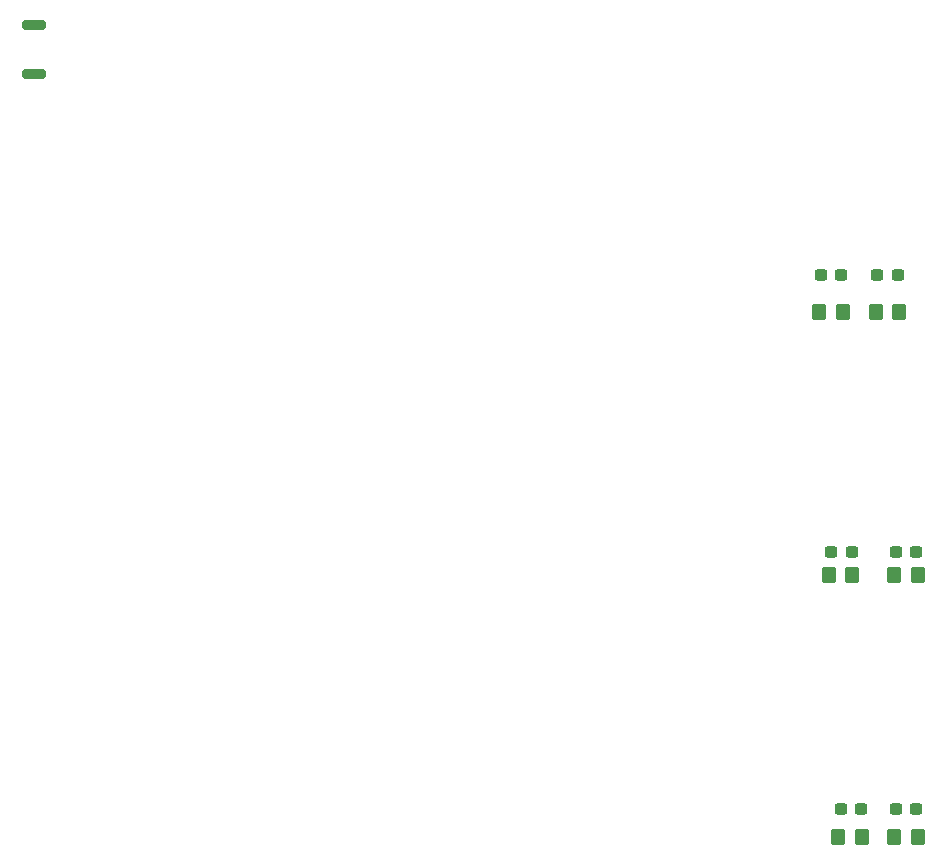
<source format=gtp>
G04 #@! TF.GenerationSoftware,KiCad,Pcbnew,7.0.5*
G04 #@! TF.CreationDate,2023-07-29T23:22:17-07:00*
G04 #@! TF.ProjectId,Custom_KeyPad,43757374-6f6d-45f4-9b65-795061642e6b,rev?*
G04 #@! TF.SameCoordinates,Original*
G04 #@! TF.FileFunction,Paste,Top*
G04 #@! TF.FilePolarity,Positive*
%FSLAX46Y46*%
G04 Gerber Fmt 4.6, Leading zero omitted, Abs format (unit mm)*
G04 Created by KiCad (PCBNEW 7.0.5) date 2023-07-29 23:22:17*
%MOMM*%
%LPD*%
G01*
G04 APERTURE LIST*
G04 Aperture macros list*
%AMRoundRect*
0 Rectangle with rounded corners*
0 $1 Rounding radius*
0 $2 $3 $4 $5 $6 $7 $8 $9 X,Y pos of 4 corners*
0 Add a 4 corners polygon primitive as box body*
4,1,4,$2,$3,$4,$5,$6,$7,$8,$9,$2,$3,0*
0 Add four circle primitives for the rounded corners*
1,1,$1+$1,$2,$3*
1,1,$1+$1,$4,$5*
1,1,$1+$1,$6,$7*
1,1,$1+$1,$8,$9*
0 Add four rect primitives between the rounded corners*
20,1,$1+$1,$2,$3,$4,$5,0*
20,1,$1+$1,$4,$5,$6,$7,0*
20,1,$1+$1,$6,$7,$8,$9,0*
20,1,$1+$1,$8,$9,$2,$3,0*%
G04 Aperture macros list end*
%ADD10RoundRect,0.250000X-0.350000X-0.450000X0.350000X-0.450000X0.350000X0.450000X-0.350000X0.450000X0*%
%ADD11RoundRect,0.237500X-0.300000X-0.237500X0.300000X-0.237500X0.300000X0.237500X-0.300000X0.237500X0*%
%ADD12RoundRect,0.200000X0.800000X-0.200000X0.800000X0.200000X-0.800000X0.200000X-0.800000X-0.200000X0*%
%ADD13RoundRect,0.237500X0.300000X0.237500X-0.300000X0.237500X-0.300000X-0.237500X0.300000X-0.237500X0*%
G04 APERTURE END LIST*
D10*
X199818750Y-111125000D03*
X201818750Y-111125000D03*
X194262500Y-88900000D03*
X196262500Y-88900000D03*
D11*
X199956250Y-86954230D03*
X201681250Y-86954230D03*
X198368750Y-63500000D03*
X200093750Y-63500000D03*
D10*
X193468750Y-66675000D03*
X195468750Y-66675000D03*
D12*
X127000000Y-46550000D03*
X127000000Y-42350000D03*
D11*
X199956250Y-108743750D03*
X201681250Y-108743750D03*
D13*
X196189858Y-86954230D03*
X194464858Y-86954230D03*
X195331250Y-63500000D03*
X193606250Y-63500000D03*
D10*
X199818750Y-88900000D03*
X201818750Y-88900000D03*
X198231250Y-66675000D03*
X200231250Y-66675000D03*
X195056250Y-111125000D03*
X197056250Y-111125000D03*
D13*
X196987500Y-108743750D03*
X195262500Y-108743750D03*
M02*

</source>
